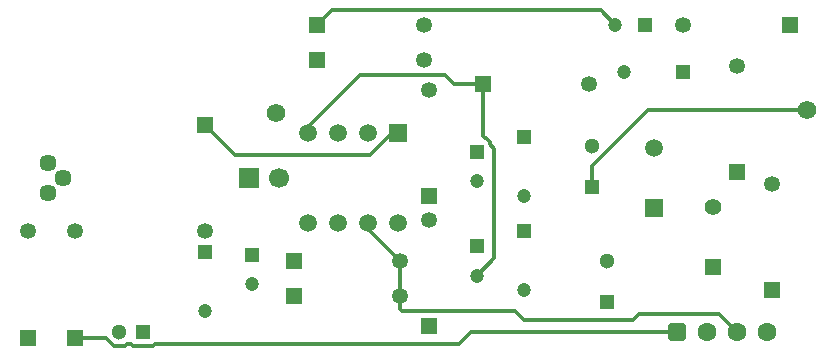
<source format=gbr>
G04*
G04 #@! TF.GenerationSoftware,Altium Limited,Altium Designer,23.5.1 (21)*
G04*
G04 Layer_Physical_Order=2*
G04 Layer_Color=16711680*
%FSLAX44Y44*%
%MOMM*%
G71*
G04*
G04 #@! TF.SameCoordinates,E96301ED-D8BF-4372-B2D1-DF9899262BC6*
G04*
G04*
G04 #@! TF.FilePolarity,Positive*
G04*
G01*
G75*
%ADD16C,1.5700*%
%ADD17R,1.3500X1.3500*%
%ADD18C,1.3500*%
%ADD19R,1.4000X1.4000*%
%ADD20C,1.4000*%
%ADD21C,1.2000*%
%ADD22R,1.2000X1.2000*%
%ADD23C,1.5000*%
%ADD24R,1.5000X1.5000*%
%ADD25C,1.3000*%
%ADD26R,1.3000X1.3000*%
%ADD27R,1.3500X1.3500*%
%ADD28R,1.2000X1.2000*%
%ADD29C,1.6000*%
G04:AMPARAMS|DCode=30|XSize=1.6mm|YSize=1.6mm|CornerRadius=0.4mm|HoleSize=0mm|Usage=FLASHONLY|Rotation=0.000|XOffset=0mm|YOffset=0mm|HoleType=Round|Shape=RoundedRectangle|*
%AMROUNDEDRECTD30*
21,1,1.6000,0.8000,0,0,0.0*
21,1,0.8000,1.6000,0,0,0.0*
1,1,0.8000,0.4000,-0.4000*
1,1,0.8000,-0.4000,-0.4000*
1,1,0.8000,-0.4000,0.4000*
1,1,0.8000,0.4000,0.4000*
%
%ADD30ROUNDEDRECTD30*%
%ADD31R,1.3000X1.3000*%
%ADD32C,1.7000*%
%ADD33R,1.7000X1.7000*%
%ADD34C,1.4500*%
%ADD35C,0.3050*%
D16*
X710000Y217500D02*
D03*
X260000Y215000D02*
D03*
D17*
X200000Y205000D02*
D03*
X50000Y25000D02*
D03*
X90000D02*
D03*
X650000Y165000D02*
D03*
X680000Y65000D02*
D03*
X390000Y35000D02*
D03*
Y145000D02*
D03*
D18*
X200000Y115000D02*
D03*
X50000Y115000D02*
D03*
X90000D02*
D03*
X365000Y60000D02*
D03*
Y90000D02*
D03*
X605000Y290000D02*
D03*
X650000Y255000D02*
D03*
X680000Y155000D02*
D03*
X525000Y240000D02*
D03*
X390000Y125000D02*
D03*
Y235000D02*
D03*
X385000Y290000D02*
D03*
Y260000D02*
D03*
D19*
X630000Y84600D02*
D03*
D20*
Y135400D02*
D03*
D21*
X430000Y157500D02*
D03*
Y77500D02*
D03*
X200000Y47500D02*
D03*
X547500Y290000D02*
D03*
X555000Y250000D02*
D03*
X470000Y145000D02*
D03*
Y65000D02*
D03*
X240000Y70000D02*
D03*
D22*
X430000Y182500D02*
D03*
Y102500D02*
D03*
X200000Y97500D02*
D03*
X470000Y195000D02*
D03*
Y115000D02*
D03*
X240000Y95000D02*
D03*
D23*
X286900Y121900D02*
D03*
X312300D02*
D03*
X337700D02*
D03*
X363100D02*
D03*
X286900Y198100D02*
D03*
X312300D02*
D03*
X337700D02*
D03*
X580000Y185500D02*
D03*
D24*
X363100Y198100D02*
D03*
X580000Y134500D02*
D03*
D25*
X127500Y30000D02*
D03*
X540000Y90000D02*
D03*
X527500Y187500D02*
D03*
D26*
X147500Y30000D02*
D03*
D27*
X275000Y60000D02*
D03*
Y90000D02*
D03*
X695000Y290000D02*
D03*
X435000Y240000D02*
D03*
X295000Y290000D02*
D03*
Y260000D02*
D03*
D28*
X572500Y290000D02*
D03*
X605000Y250000D02*
D03*
D29*
X624600Y30000D02*
D03*
X650000D02*
D03*
X675400D02*
D03*
D30*
X599200D02*
D03*
D31*
X540000Y55000D02*
D03*
X527500Y152500D02*
D03*
D32*
X262700Y160000D02*
D03*
D33*
X237300D02*
D03*
D34*
X67206Y172700D02*
D03*
X79906Y160000D02*
D03*
X67206Y147300D02*
D03*
D35*
X445000Y92500D02*
Y184888D01*
X441335Y188553D02*
X445000Y184888D01*
X438210Y193835D02*
X441335Y190710D01*
Y188553D02*
Y190710D01*
X436787Y193835D02*
X438210D01*
X435000Y195622D02*
Y240000D01*
X430000Y77500D02*
X445000Y92500D01*
X435000Y195622D02*
X436787Y193835D01*
X365000Y49287D02*
Y90000D01*
Y49287D02*
X366787Y47500D01*
X462500D01*
X470000Y40000D01*
X157735Y19690D02*
X414690D01*
X425000Y30000D01*
X138790Y18165D02*
X156210D01*
X137265Y19690D02*
X138790Y18165D01*
X132402Y18165D02*
X133927Y19690D01*
X425000Y30000D02*
X599200D01*
X133927Y19690D02*
X137265D01*
X156210Y18165D02*
X157735Y19690D01*
X90000Y25000D02*
X115763D01*
X122598Y18165D01*
X132402D01*
X567500Y45000D02*
X635000D01*
X470000Y40000D02*
X562500D01*
X567500Y45000D01*
X281900Y198100D02*
X331300Y247500D01*
X402853D01*
X410353Y240000D01*
X295000Y290000D02*
X307500Y302500D01*
X535000D02*
X547500Y290000D01*
X307500Y302500D02*
X535000D01*
X527500Y152500D02*
Y170000D01*
X575000Y217500D02*
X710000D01*
X527500Y170000D02*
X575000Y217500D01*
X410353Y240000D02*
X435000D01*
X200000Y205000D02*
X225000Y180000D01*
X340000D01*
X358100Y198100D01*
X635000Y45000D02*
X650000Y30000D01*
X332900Y121900D02*
X364800Y90000D01*
X365000D01*
M02*

</source>
